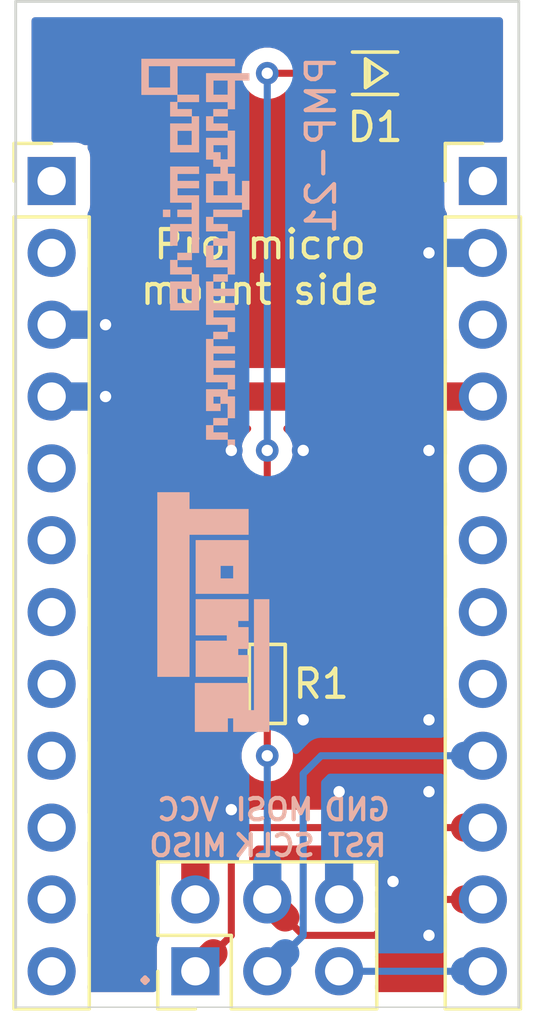
<source format=kicad_pcb>
(kicad_pcb (version 20171130) (host pcbnew "(5.1.9-0-10_14)")

  (general
    (thickness 1.6)
    (drawings 13)
    (tracks 57)
    (zones 0)
    (modules 7)
    (nets 24)
  )

  (page A4)
  (title_block
    (title "Pro micro programmer")
    (date 2021-02-01)
    (rev v1.0)
    (company Toms)
  )

  (layers
    (0 F.Cu signal)
    (31 B.Cu signal)
    (32 B.Adhes user)
    (33 F.Adhes user)
    (34 B.Paste user)
    (35 F.Paste user)
    (36 B.SilkS user)
    (37 F.SilkS user)
    (38 B.Mask user)
    (39 F.Mask user)
    (40 Dwgs.User user)
    (41 Cmts.User user)
    (42 Eco1.User user)
    (43 Eco2.User user)
    (44 Edge.Cuts user)
    (45 Margin user)
    (46 B.CrtYd user)
    (47 F.CrtYd user)
    (48 B.Fab user)
    (49 F.Fab user)
  )

  (setup
    (last_trace_width 0.25)
    (user_trace_width 0.1)
    (user_trace_width 0.125)
    (user_trace_width 0.2)
    (user_trace_width 0.25)
    (user_trace_width 0.5)
    (user_trace_width 1)
    (trace_clearance 0.2)
    (zone_clearance 0.508)
    (zone_45_only no)
    (trace_min 0.1)
    (via_size 0.8)
    (via_drill 0.4)
    (via_min_size 0.2)
    (via_min_drill 0.3)
    (uvia_size 0.3)
    (uvia_drill 0.1)
    (uvias_allowed yes)
    (uvia_min_size 0.2)
    (uvia_min_drill 0.1)
    (edge_width 0.05)
    (segment_width 0.2)
    (pcb_text_width 0.3)
    (pcb_text_size 1.5 1.5)
    (mod_edge_width 0.12)
    (mod_text_size 1 1)
    (mod_text_width 0.15)
    (pad_size 1.524 1.524)
    (pad_drill 0.762)
    (pad_to_mask_clearance 0)
    (aux_axis_origin 0 0)
    (visible_elements FFFFFF7F)
    (pcbplotparams
      (layerselection 0x010fc_ffffffff)
      (usegerberextensions false)
      (usegerberattributes true)
      (usegerberadvancedattributes true)
      (creategerberjobfile true)
      (excludeedgelayer true)
      (linewidth 0.100000)
      (plotframeref false)
      (viasonmask false)
      (mode 1)
      (useauxorigin false)
      (hpglpennumber 1)
      (hpglpenspeed 20)
      (hpglpendiameter 15.000000)
      (psnegative false)
      (psa4output false)
      (plotreference true)
      (plotvalue true)
      (plotinvisibletext false)
      (padsonsilk false)
      (subtractmaskfromsilk false)
      (outputformat 1)
      (mirror false)
      (drillshape 1)
      (scaleselection 1)
      (outputdirectory ""))
  )

  (net 0 "")
  (net 1 "Net-(D1-Pad2)")
  (net 2 GND)
  (net 3 "Net-(J1-Pad12)")
  (net 4 "Net-(J1-Pad11)")
  (net 5 "Net-(J1-Pad10)")
  (net 6 "Net-(J1-Pad9)")
  (net 7 "Net-(J1-Pad8)")
  (net 8 "Net-(J1-Pad7)")
  (net 9 "Net-(J1-Pad6)")
  (net 10 "Net-(J1-Pad5)")
  (net 11 "Net-(J1-Pad2)")
  (net 12 "Net-(J1-Pad1)")
  (net 13 /RESET)
  (net 14 /MOSI)
  (net 15 /MISO)
  (net 16 /SCLK)
  (net 17 "Net-(J2-Pad8)")
  (net 18 "Net-(J2-Pad7)")
  (net 19 "Net-(J2-Pad6)")
  (net 20 "Net-(J2-Pad5)")
  (net 21 VCC)
  (net 22 "Net-(J2-Pad3)")
  (net 23 "Net-(J2-Pad1)")

  (net_class Default "This is the default net class."
    (clearance 0.2)
    (trace_width 0.25)
    (via_dia 0.8)
    (via_drill 0.4)
    (uvia_dia 0.3)
    (uvia_drill 0.1)
    (add_net /MISO)
    (add_net /MOSI)
    (add_net /RESET)
    (add_net /SCLK)
    (add_net GND)
    (add_net "Net-(D1-Pad2)")
    (add_net "Net-(J1-Pad1)")
    (add_net "Net-(J1-Pad10)")
    (add_net "Net-(J1-Pad11)")
    (add_net "Net-(J1-Pad12)")
    (add_net "Net-(J1-Pad2)")
    (add_net "Net-(J1-Pad5)")
    (add_net "Net-(J1-Pad6)")
    (add_net "Net-(J1-Pad7)")
    (add_net "Net-(J1-Pad8)")
    (add_net "Net-(J1-Pad9)")
    (add_net "Net-(J2-Pad1)")
    (add_net "Net-(J2-Pad3)")
    (add_net "Net-(J2-Pad5)")
    (add_net "Net-(J2-Pad6)")
    (add_net "Net-(J2-Pad7)")
    (add_net "Net-(J2-Pad8)")
    (add_net VCC)
  )

  (module lib:promicro_programmer_logo (layer B.Cu) (tedit 0) (tstamp 6018633E)
    (at 146.05 93.98 270)
    (fp_text reference G*** (at 0 0 90) (layer B.SilkS) hide
      (effects (font (size 1.524 1.524) (thickness 0.3)) (justify mirror))
    )
    (fp_text value LOGO (at 0.75 0 90) (layer B.SilkS) hide
      (effects (font (size 1.524 1.524) (thickness 0.3)) (justify mirror))
    )
    (fp_poly (pts (xy -5.334 -1.143) (xy -5.08 -1.143) (xy -5.08 -1.397) (xy -6.096 -1.397)
      (xy -6.096 -1.905) (xy -6.35 -1.905) (xy -6.35 -0.635) (xy -6.096 -0.635)
      (xy -6.096 -1.143) (xy -5.588 -1.143) (xy -5.588 -0.635) (xy -6.096 -0.635)
      (xy -6.35 -0.635) (xy -6.35 -0.381) (xy -5.334 -0.381) (xy -5.334 -1.143)) (layer B.SilkS) (width 0.01))
    (fp_poly (pts (xy -3.302 -0.635) (xy -3.048 -0.635) (xy -3.048 -0.889) (xy -2.794 -0.889)
      (xy -2.794 -0.635) (xy -2.54 -0.635) (xy -2.54 -1.143) (xy -2.032 -1.143)
      (xy -2.032 -0.635) (xy -2.54 -0.635) (xy -2.794 -0.635) (xy -2.794 -0.381)
      (xy -1.778 -0.381) (xy -1.778 -1.651) (xy -1.524 -1.651) (xy -1.524 -1.905)
      (xy -2.54 -1.905) (xy -2.54 -1.651) (xy -2.032 -1.651) (xy -2.032 -1.397)
      (xy -2.794 -1.397) (xy -2.794 -1.143) (xy -3.048 -1.143) (xy -3.048 -1.397)
      (xy -4.318 -1.397) (xy -4.318 -1.143) (xy -4.064 -1.143) (xy -4.064 -0.635)
      (xy -3.81 -0.635) (xy -3.81 -1.143) (xy -3.302 -1.143) (xy -3.302 -0.889)
      (xy -3.556 -0.889) (xy -3.556 -0.635) (xy -3.81 -0.635) (xy -4.064 -0.635)
      (xy -4.064 -0.381) (xy -3.302 -0.381) (xy -3.302 -0.635)) (layer B.SilkS) (width 0.01))
    (fp_poly (pts (xy -1.27 -0.381) (xy -0.762 -0.381) (xy -0.762 -1.143) (xy -1.016 -1.143)
      (xy -1.016 -0.635) (xy -1.27 -0.635) (xy -1.27 -0.381)) (layer B.SilkS) (width 0.01))
    (fp_poly (pts (xy 6.858 -1.397) (xy 6.604 -1.397) (xy 6.604 -1.143) (xy 6.858 -1.143)
      (xy 6.858 -1.397)) (layer B.SilkS) (width 0.01))
    (fp_poly (pts (xy 0.508 -1.143) (xy 0.762 -1.143) (xy 0.762 -1.397) (xy -0.762 -1.397)
      (xy -0.762 -1.143) (xy -0.508 -1.143) (xy -0.508 -0.635) (xy -0.254 -0.635)
      (xy -0.254 -1.143) (xy 0.254 -1.143) (xy 0.254 -0.635) (xy -0.254 -0.635)
      (xy -0.254 -0.381) (xy 0.508 -0.381) (xy 0.508 -1.143)) (layer B.SilkS) (width 0.01))
    (fp_poly (pts (xy 1.016 -0.381) (xy 2.54 -0.381) (xy 2.54 -1.143) (xy 2.794 -1.143)
      (xy 2.794 -1.397) (xy 2.286 -1.397) (xy 2.286 -0.635) (xy 2.032 -0.635)
      (xy 2.032 -1.397) (xy 1.778 -1.397) (xy 1.778 -0.635) (xy 1.524 -0.635)
      (xy 1.524 -1.397) (xy 1.27 -1.397) (xy 1.27 -0.635) (xy 1.016 -0.635)
      (xy 1.016 -0.381)) (layer B.SilkS) (width 0.01))
    (fp_poly (pts (xy 3.048 -0.381) (xy 4.572 -0.381) (xy 4.572 -1.143) (xy 4.826 -1.143)
      (xy 4.826 -1.397) (xy 4.318 -1.397) (xy 4.318 -0.635) (xy 4.064 -0.635)
      (xy 4.064 -1.397) (xy 3.81 -1.397) (xy 3.81 -0.635) (xy 3.556 -0.635)
      (xy 3.556 -1.397) (xy 3.302 -1.397) (xy 3.302 -0.635) (xy 3.048 -0.635)
      (xy 3.048 -0.381)) (layer B.SilkS) (width 0.01))
    (fp_poly (pts (xy 5.588 -0.889) (xy 5.334 -0.889) (xy 5.334 -1.143) (xy 5.842 -1.143)
      (xy 5.842 -1.397) (xy 5.08 -1.397) (xy 5.08 -1.143) (xy 4.826 -1.143)
      (xy 4.826 -0.635) (xy 5.08 -0.635) (xy 5.08 -0.889) (xy 5.334 -0.889)
      (xy 5.334 -0.635) (xy 5.08 -0.635) (xy 4.826 -0.635) (xy 4.826 -0.381)
      (xy 5.588 -0.381) (xy 5.588 -0.889)) (layer B.SilkS) (width 0.01))
    (fp_poly (pts (xy -4.826 -0.381) (xy -4.318 -0.381) (xy -4.318 -1.143) (xy -4.572 -1.143)
      (xy -4.572 -0.635) (xy -4.826 -0.635) (xy -4.826 -0.381)) (layer B.SilkS) (width 0.01))
    (fp_poly (pts (xy 6.096 -0.381) (xy 6.604 -0.381) (xy 6.604 -1.143) (xy 6.35 -1.143)
      (xy 6.35 -0.635) (xy 6.096 -0.635) (xy 6.096 -0.381)) (layer B.SilkS) (width 0.01))
    (fp_poly (pts (xy -1.27 -1.651) (xy -1.524 -1.651) (xy -1.524 -0.635) (xy -1.27 -0.635)
      (xy -1.27 -1.651)) (layer B.SilkS) (width 0.01))
    (fp_poly (pts (xy 1.016 -1.143) (xy 0.762 -1.143) (xy 0.762 -0.635) (xy 1.016 -0.635)
      (xy 1.016 -1.143)) (layer B.SilkS) (width 0.01))
    (fp_poly (pts (xy 3.048 -1.143) (xy 2.794 -1.143) (xy 2.794 -0.635) (xy 3.048 -0.635)
      (xy 3.048 -1.143)) (layer B.SilkS) (width 0.01))
    (fp_poly (pts (xy -4.826 -1.143) (xy -5.08 -1.143) (xy -5.08 -0.635) (xy -4.826 -0.635)
      (xy -4.826 -1.143)) (layer B.SilkS) (width 0.01))
    (fp_poly (pts (xy 6.096 -1.143) (xy 5.842 -1.143) (xy 5.842 -0.635) (xy 6.096 -0.635)
      (xy 6.096 -1.143)) (layer B.SilkS) (width 0.01))
    (fp_poly (pts (xy -5.588 0.635) (xy -6.604 0.635) (xy -6.604 -1.397) (xy -6.858 -1.397)
      (xy -6.858 1.651) (xy -6.604 1.651) (xy -6.604 0.889) (xy -5.842 0.889)
      (xy -5.842 1.651) (xy -6.604 1.651) (xy -6.858 1.651) (xy -6.858 1.905)
      (xy -5.588 1.905) (xy -5.588 0.635)) (layer B.SilkS) (width 0.01))
    (fp_poly (pts (xy -3.556 -0.127) (xy -4.826 -0.127) (xy -4.826 0.127) (xy -4.572 0.127)
      (xy -4.572 0.635) (xy -4.318 0.635) (xy -4.318 0.127) (xy -3.81 0.127)
      (xy -3.81 0.635) (xy -4.318 0.635) (xy -4.572 0.635) (xy -4.572 0.889)
      (xy -3.556 0.889) (xy -3.556 -0.127)) (layer B.SilkS) (width 0.01))
    (fp_poly (pts (xy -5.334 0.889) (xy -4.826 0.889) (xy -4.826 0.127) (xy -5.08 0.127)
      (xy -5.08 0.635) (xy -5.334 0.635) (xy -5.334 0.889)) (layer B.SilkS) (width 0.01))
    (fp_poly (pts (xy -5.334 -0.127) (xy -5.588 -0.127) (xy -5.588 0.635) (xy -5.334 0.635)
      (xy -5.334 -0.127)) (layer B.SilkS) (width 0.01))
    (fp_poly (pts (xy 2.032 -0.127) (xy 0.762 -0.127) (xy 0.762 0.127) (xy 1.016 0.127)
      (xy 1.016 0.635) (xy 1.27 0.635) (xy 1.27 0.127) (xy 1.778 0.127)
      (xy 1.778 0.635) (xy 1.27 0.635) (xy 1.016 0.635) (xy 1.016 0.889)
      (xy 2.032 0.889) (xy 2.032 -0.127)) (layer B.SilkS) (width 0.01))
    (fp_poly (pts (xy -1.778 0.127) (xy -1.524 0.127) (xy -1.524 0.635) (xy -1.27 0.635)
      (xy -1.27 0.127) (xy -1.016 0.127) (xy -1.016 0.889) (xy -0.254 0.889)
      (xy -0.254 0.635) (xy -0.762 0.635) (xy -0.762 0.127) (xy 0 0.127)
      (xy 0 -0.127) (xy -2.032 -0.127) (xy -2.032 0.635) (xy -2.286 0.635)
      (xy -2.286 -0.127) (xy -2.54 -0.127) (xy -2.54 0.635) (xy -2.794 0.635)
      (xy -2.794 -0.127) (xy -3.048 -0.127) (xy -3.048 0.889) (xy -1.778 0.889)
      (xy -1.778 0.127)) (layer B.SilkS) (width 0.01))
    (fp_poly (pts (xy 0.254 0.889) (xy 0.762 0.889) (xy 0.762 0.127) (xy 0.508 0.127)
      (xy 0.508 0.635) (xy 0.254 0.635) (xy 0.254 0.889)) (layer B.SilkS) (width 0.01))
    (fp_poly (pts (xy 0.254 0.127) (xy 0 0.127) (xy 0 0.635) (xy 0.254 0.635)
      (xy 0.254 0.127)) (layer B.SilkS) (width 0.01))
    (fp_poly (pts (xy -1.27 0.889) (xy -1.524 0.889) (xy -1.524 1.143) (xy -1.27 1.143)
      (xy -1.27 0.889)) (layer B.SilkS) (width 0.01))
  )

  (module logo_silk:logo_toms_85x40_silk (layer B.Cu) (tedit 0) (tstamp 6018587E)
    (at 146.685 106.68 270)
    (fp_text reference G*** (at 0 0 90) (layer B.SilkS) hide
      (effects (font (size 1.524 1.524) (thickness 0.3)) (justify mirror))
    )
    (fp_text value LOGO (at 0.75 0 90) (layer B.SilkS) hide
      (effects (font (size 1.524 1.524) (thickness 0.3)) (justify mirror))
    )
    (fp_poly (pts (xy 4.233333 -0.508) (xy 3.753555 -0.508) (xy 3.753555 -0.705556) (xy 4.233333 -0.705556)
      (xy 4.233333 -1.975556) (xy -0.451556 -1.975556) (xy -0.451556 -1.439333) (xy 3.471333 -1.439333)
      (xy 3.471333 -1.241778) (xy 2.511778 -1.241778) (xy 2.511778 0.649111) (xy 4.233333 0.649111)
      (xy 4.233333 -0.508)) (layer B.SilkS) (width 0.01))
    (fp_poly (pts (xy 2.286 0.846667) (xy -2.737556 0.846667) (xy -2.737556 -1.241778) (xy -3.640667 -1.241778)
      (xy -3.640667 0.846667) (xy -4.233333 0.846667) (xy -4.233333 1.975555) (xy 2.286 1.975555)
      (xy 2.286 0.846667)) (layer B.SilkS) (width 0.01))
    (fp_poly (pts (xy -0.649111 -1.241778) (xy -2.54 -1.241778) (xy -2.54 -0.254) (xy -1.636889 -0.254)
      (xy -1.636889 -0.705556) (xy -1.185333 -0.705556) (xy -1.185333 -0.254) (xy -1.636889 -0.254)
      (xy -2.54 -0.254) (xy -2.54 0.620889) (xy -0.649111 0.620889) (xy -0.649111 -1.241778)) (layer B.SilkS) (width 0.01))
    (fp_poly (pts (xy 0.818444 -0.479778) (xy 1.016 -0.479778) (xy 1.016 0.620889) (xy 2.286 0.620889)
      (xy 2.286 -1.241778) (xy 1.524 -1.241778) (xy 1.524 -0.874889) (xy 1.298222 -0.874889)
      (xy 1.298222 -1.241778) (xy 0.536222 -1.241778) (xy 0.536222 -0.874889) (xy 0.310444 -0.874889)
      (xy 0.310444 -1.241778) (xy -0.451556 -1.241778) (xy -0.451556 0.620889) (xy 0.818444 0.620889)
      (xy 0.818444 -0.479778)) (layer B.SilkS) (width 0.01))
  )

  (module OPL_Resistor:R0603 (layer F.Cu) (tedit 5BCC80C7) (tstamp 60176C7F)
    (at 148.59 109.22 90)
    (path /60054EDE)
    (attr smd)
    (fp_text reference R1 (at 0 1.905) (layer F.SilkS)
      (effects (font (size 1 1) (thickness 0.15)))
    )
    (fp_text value 10k (at 0 1.7 270) (layer F.Fab)
      (effects (font (size 1 1) (thickness 0.15)))
    )
    (fp_line (start -0.8 0.4) (end -0.8 -0.4) (layer F.Fab) (width 0.1))
    (fp_line (start 0.8 0.4) (end -0.8 0.4) (layer F.Fab) (width 0.1))
    (fp_line (start 0.8 -0.4) (end 0.8 0.4) (layer F.Fab) (width 0.1))
    (fp_line (start -0.8 -0.4) (end 0.8 -0.4) (layer F.Fab) (width 0.1))
    (fp_line (start -1.46 -0.7) (end -1.46 0.7) (layer F.CrtYd) (width 0.05))
    (fp_line (start 1.46 -0.7) (end -1.46 -0.7) (layer F.CrtYd) (width 0.05))
    (fp_line (start 1.46 0.7) (end 1.46 -0.7) (layer F.CrtYd) (width 0.05))
    (fp_line (start -1.46 0.7) (end 1.46 0.7) (layer F.CrtYd) (width 0.05))
    (fp_line (start -1.397 0.635) (end -1.397 -0.635) (layer F.SilkS) (width 0.127))
    (fp_line (start 1.397 0.635) (end -1.397 0.635) (layer F.SilkS) (width 0.127))
    (fp_line (start 1.397 -0.635) (end 1.397 0.635) (layer F.SilkS) (width 0.127))
    (fp_line (start -1.397 -0.635) (end 1.397 -0.635) (layer F.SilkS) (width 0.127))
    (fp_text user %R (at 0 -1.5 90) (layer F.Fab)
      (effects (font (size 1 1) (thickness 0.15)))
    )
    (pad 2 smd rect (at 0.762 0 90) (size 0.889 0.889) (layers F.Cu F.Paste F.Mask)
      (net 1 "Net-(D1-Pad2)"))
    (pad 1 smd rect (at -0.762 0 90) (size 0.889 0.889) (layers F.Cu F.Paste F.Mask)
      (net 14 /MOSI))
  )

  (module OPL_Discrete_Semiconductor:LED-1206 (layer F.Cu) (tedit 5BCC54D0) (tstamp 60176CB3)
    (at 152.4 87.63 180)
    (path /60054575)
    (attr smd)
    (fp_text reference D1 (at 0 -1.905) (layer F.SilkS)
      (effects (font (size 1 1) (thickness 0.15)))
    )
    (fp_text value "Rohm SML-E1 LED" (at -10.795 0) (layer F.Fab) hide
      (effects (font (size 1 1) (thickness 0.15)))
    )
    (fp_line (start -2.59696 0.9993) (end -2.59696 -0.9993) (layer F.CrtYd) (width 0.05))
    (fp_line (start 2.59696 0.9993) (end -2.59696 0.9993) (layer F.CrtYd) (width 0.05))
    (fp_line (start 2.59696 -0.9993) (end 2.59696 0.9993) (layer F.CrtYd) (width 0.05))
    (fp_line (start -2.59696 -0.9993) (end 2.59696 -0.9993) (layer F.CrtYd) (width 0.05))
    (fp_line (start 0.211116 -0.381) (end 0.211116 0.381) (layer F.SilkS) (width 0.127))
    (fp_line (start -0.79756 0.7493) (end 0.79756 0.7493) (layer F.SilkS) (width 0.127))
    (fp_line (start -0.79756 -0.7493) (end 0.79756 -0.7493) (layer F.SilkS) (width 0.127))
    (fp_line (start 0.338116 -0.508) (end 0.338116 0.508) (layer F.SilkS) (width 0.127))
    (fp_line (start 0.338116 0.508) (end -0.423884 0) (layer F.SilkS) (width 0.127))
    (fp_line (start -0.423884 0) (end 0.338116 -0.508) (layer F.SilkS) (width 0.127))
    (fp_text user %R (at 0 -1.7) (layer F.Fab)
      (effects (font (size 1 1) (thickness 0.15)))
    )
    (pad 1 smd rect (at -1.59766 0 180) (size 1.4986 1.4986) (layers F.Cu F.Paste F.Mask)
      (net 2 GND))
    (pad 2 smd rect (at 1.59766 0 180) (size 1.4986 1.4986) (layers F.Cu F.Paste F.Mask)
      (net 1 "Net-(D1-Pad2)"))
  )

  (module Connector_PinHeader_2.54mm:PinHeader_1x12_P2.54mm_Vertical (layer F.Cu) (tedit 59FED5CC) (tstamp 6004B7BD)
    (at 140.97 91.44)
    (descr "Through hole straight pin header, 1x12, 2.54mm pitch, single row")
    (tags "Through hole pin header THT 1x12 2.54mm single row")
    (path /6003EAFC)
    (fp_text reference J1 (at 0 -2.33) (layer F.SilkS) hide
      (effects (font (size 1 1) (thickness 0.15)))
    )
    (fp_text value Conn_01x12 (at 0 30.27) (layer F.Fab) hide
      (effects (font (size 1 1) (thickness 0.15)))
    )
    (fp_line (start -0.635 -1.27) (end 1.27 -1.27) (layer F.Fab) (width 0.1))
    (fp_line (start 1.27 -1.27) (end 1.27 29.21) (layer F.Fab) (width 0.1))
    (fp_line (start 1.27 29.21) (end -1.27 29.21) (layer F.Fab) (width 0.1))
    (fp_line (start -1.27 29.21) (end -1.27 -0.635) (layer F.Fab) (width 0.1))
    (fp_line (start -1.27 -0.635) (end -0.635 -1.27) (layer F.Fab) (width 0.1))
    (fp_line (start -1.33 29.27) (end 1.33 29.27) (layer F.SilkS) (width 0.12))
    (fp_line (start -1.33 1.27) (end -1.33 29.27) (layer F.SilkS) (width 0.12))
    (fp_line (start 1.33 1.27) (end 1.33 29.27) (layer F.SilkS) (width 0.12))
    (fp_line (start -1.33 1.27) (end 1.33 1.27) (layer F.SilkS) (width 0.12))
    (fp_line (start -1.33 0) (end -1.33 -1.33) (layer F.SilkS) (width 0.12))
    (fp_line (start -1.33 -1.33) (end 0 -1.33) (layer F.SilkS) (width 0.12))
    (fp_line (start -1.8 -1.8) (end -1.8 29.75) (layer F.CrtYd) (width 0.05))
    (fp_line (start -1.8 29.75) (end 1.8 29.75) (layer F.CrtYd) (width 0.05))
    (fp_line (start 1.8 29.75) (end 1.8 -1.8) (layer F.CrtYd) (width 0.05))
    (fp_line (start 1.8 -1.8) (end -1.8 -1.8) (layer F.CrtYd) (width 0.05))
    (fp_text user %R (at 0 13.97 90) (layer F.Fab)
      (effects (font (size 1 1) (thickness 0.15)))
    )
    (pad 12 thru_hole oval (at 0 27.94) (size 1.7 1.7) (drill 1) (layers *.Cu *.Mask)
      (net 3 "Net-(J1-Pad12)"))
    (pad 11 thru_hole oval (at 0 25.4) (size 1.7 1.7) (drill 1) (layers *.Cu *.Mask)
      (net 4 "Net-(J1-Pad11)"))
    (pad 10 thru_hole oval (at 0 22.86) (size 1.7 1.7) (drill 1) (layers *.Cu *.Mask)
      (net 5 "Net-(J1-Pad10)"))
    (pad 9 thru_hole oval (at 0 20.32) (size 1.7 1.7) (drill 1) (layers *.Cu *.Mask)
      (net 6 "Net-(J1-Pad9)"))
    (pad 8 thru_hole oval (at 0 17.78) (size 1.7 1.7) (drill 1) (layers *.Cu *.Mask)
      (net 7 "Net-(J1-Pad8)"))
    (pad 7 thru_hole oval (at 0 15.24) (size 1.7 1.7) (drill 1) (layers *.Cu *.Mask)
      (net 8 "Net-(J1-Pad7)"))
    (pad 6 thru_hole oval (at 0 12.7) (size 1.7 1.7) (drill 1) (layers *.Cu *.Mask)
      (net 9 "Net-(J1-Pad6)"))
    (pad 5 thru_hole oval (at 0 10.16) (size 1.7 1.7) (drill 1) (layers *.Cu *.Mask)
      (net 10 "Net-(J1-Pad5)"))
    (pad 4 thru_hole oval (at 0 7.62) (size 1.7 1.7) (drill 1) (layers *.Cu *.Mask)
      (net 2 GND))
    (pad 3 thru_hole oval (at 0 5.08) (size 1.7 1.7) (drill 1) (layers *.Cu *.Mask)
      (net 2 GND))
    (pad 2 thru_hole oval (at 0 2.54) (size 1.7 1.7) (drill 1) (layers *.Cu *.Mask)
      (net 11 "Net-(J1-Pad2)"))
    (pad 1 thru_hole rect (at 0 0) (size 1.7 1.7) (drill 1) (layers *.Cu *.Mask)
      (net 12 "Net-(J1-Pad1)"))
    (model ${KISYS3DMOD}/Connector_PinHeader_2.54mm.3dshapes/PinHeader_1x12_P2.54mm_Vertical.wrl
      (at (xyz 0 0 0))
      (scale (xyz 1 1 1))
      (rotate (xyz 0 0 0))
    )
  )

  (module Connector_PinHeader_2.54mm:PinHeader_2x03_P2.54mm_Vertical (layer F.Cu) (tedit 59FED5CC) (tstamp 6004B888)
    (at 146.05 119.38 90)
    (descr "Through hole straight pin header, 2x03, 2.54mm pitch, double rows")
    (tags "Through hole pin header THT 2x03 2.54mm double row")
    (path /60042931)
    (fp_text reference J3 (at 4.445 7.62 180) (layer F.SilkS) hide
      (effects (font (size 1 1) (thickness 0.15)))
    )
    (fp_text value Conn_02x03 (at 1.27 7.41 90) (layer F.Fab) hide
      (effects (font (size 1 1) (thickness 0.15)))
    )
    (fp_line (start 0 -1.27) (end 3.81 -1.27) (layer F.Fab) (width 0.1))
    (fp_line (start 3.81 -1.27) (end 3.81 6.35) (layer F.Fab) (width 0.1))
    (fp_line (start 3.81 6.35) (end -1.27 6.35) (layer F.Fab) (width 0.1))
    (fp_line (start -1.27 6.35) (end -1.27 0) (layer F.Fab) (width 0.1))
    (fp_line (start -1.27 0) (end 0 -1.27) (layer F.Fab) (width 0.1))
    (fp_line (start -1.33 6.41) (end 3.87 6.41) (layer F.SilkS) (width 0.12))
    (fp_line (start -1.33 1.27) (end -1.33 6.41) (layer F.SilkS) (width 0.12))
    (fp_line (start 3.87 -1.33) (end 3.87 6.41) (layer F.SilkS) (width 0.12))
    (fp_line (start -1.33 1.27) (end 1.27 1.27) (layer F.SilkS) (width 0.12))
    (fp_line (start 1.27 1.27) (end 1.27 -1.33) (layer F.SilkS) (width 0.12))
    (fp_line (start 1.27 -1.33) (end 3.87 -1.33) (layer F.SilkS) (width 0.12))
    (fp_line (start -1.33 0) (end -1.33 -1.33) (layer F.SilkS) (width 0.12))
    (fp_line (start -1.33 -1.33) (end 0 -1.33) (layer F.SilkS) (width 0.12))
    (fp_line (start -1.8 -1.8) (end -1.8 6.85) (layer F.CrtYd) (width 0.05))
    (fp_line (start -1.8 6.85) (end 4.35 6.85) (layer F.CrtYd) (width 0.05))
    (fp_line (start 4.35 6.85) (end 4.35 -1.8) (layer F.CrtYd) (width 0.05))
    (fp_line (start 4.35 -1.8) (end -1.8 -1.8) (layer F.CrtYd) (width 0.05))
    (fp_text user %R (at 1.27 2.54) (layer F.Fab)
      (effects (font (size 1 1) (thickness 0.15)))
    )
    (pad 6 thru_hole oval (at 2.54 5.08 90) (size 1.7 1.7) (drill 1) (layers *.Cu *.Mask)
      (net 2 GND))
    (pad 5 thru_hole oval (at 0 5.08 90) (size 1.7 1.7) (drill 1) (layers *.Cu *.Mask)
      (net 13 /RESET))
    (pad 4 thru_hole oval (at 2.54 2.54 90) (size 1.7 1.7) (drill 1) (layers *.Cu *.Mask)
      (net 14 /MOSI))
    (pad 3 thru_hole oval (at 0 2.54 90) (size 1.7 1.7) (drill 1) (layers *.Cu *.Mask)
      (net 16 /SCLK))
    (pad 2 thru_hole oval (at 2.54 0 90) (size 1.7 1.7) (drill 1) (layers *.Cu *.Mask)
      (net 21 VCC))
    (pad 1 thru_hole rect (at 0 0 90) (size 1.7 1.7) (drill 1) (layers *.Cu *.Mask)
      (net 15 /MISO))
    (model ${KISYS3DMOD}/Connector_PinHeader_2.54mm.3dshapes/PinHeader_2x03_P2.54mm_Vertical.wrl
      (at (xyz 0 0 0))
      (scale (xyz 1 1 1))
      (rotate (xyz 0 0 0))
    )
  )

  (module Connector_PinHeader_2.54mm:PinHeader_1x12_P2.54mm_Vertical (layer F.Cu) (tedit 59FED5CC) (tstamp 6004B8DD)
    (at 156.21 91.44)
    (descr "Through hole straight pin header, 1x12, 2.54mm pitch, single row")
    (tags "Through hole pin header THT 1x12 2.54mm single row")
    (path /60040204)
    (fp_text reference J2 (at 0 -2.33) (layer F.SilkS) hide
      (effects (font (size 1 1) (thickness 0.15)))
    )
    (fp_text value Conn_01x12 (at 0 30.27) (layer F.Fab) hide
      (effects (font (size 1 1) (thickness 0.15)))
    )
    (fp_line (start -0.635 -1.27) (end 1.27 -1.27) (layer F.Fab) (width 0.1))
    (fp_line (start 1.27 -1.27) (end 1.27 29.21) (layer F.Fab) (width 0.1))
    (fp_line (start 1.27 29.21) (end -1.27 29.21) (layer F.Fab) (width 0.1))
    (fp_line (start -1.27 29.21) (end -1.27 -0.635) (layer F.Fab) (width 0.1))
    (fp_line (start -1.27 -0.635) (end -0.635 -1.27) (layer F.Fab) (width 0.1))
    (fp_line (start -1.33 29.27) (end 1.33 29.27) (layer F.SilkS) (width 0.12))
    (fp_line (start -1.33 1.27) (end -1.33 29.27) (layer F.SilkS) (width 0.12))
    (fp_line (start 1.33 1.27) (end 1.33 29.27) (layer F.SilkS) (width 0.12))
    (fp_line (start -1.33 1.27) (end 1.33 1.27) (layer F.SilkS) (width 0.12))
    (fp_line (start -1.33 0) (end -1.33 -1.33) (layer F.SilkS) (width 0.12))
    (fp_line (start -1.33 -1.33) (end 0 -1.33) (layer F.SilkS) (width 0.12))
    (fp_line (start -1.8 -1.8) (end -1.8 29.75) (layer F.CrtYd) (width 0.05))
    (fp_line (start -1.8 29.75) (end 1.8 29.75) (layer F.CrtYd) (width 0.05))
    (fp_line (start 1.8 29.75) (end 1.8 -1.8) (layer F.CrtYd) (width 0.05))
    (fp_line (start 1.8 -1.8) (end -1.8 -1.8) (layer F.CrtYd) (width 0.05))
    (fp_text user %R (at 0 13.97 90) (layer F.Fab)
      (effects (font (size 1 1) (thickness 0.15)))
    )
    (pad 12 thru_hole oval (at 0 27.94) (size 1.7 1.7) (drill 1) (layers *.Cu *.Mask)
      (net 13 /RESET))
    (pad 11 thru_hole oval (at 0 25.4) (size 1.7 1.7) (drill 1) (layers *.Cu *.Mask)
      (net 14 /MOSI))
    (pad 10 thru_hole oval (at 0 22.86) (size 1.7 1.7) (drill 1) (layers *.Cu *.Mask)
      (net 15 /MISO))
    (pad 9 thru_hole oval (at 0 20.32) (size 1.7 1.7) (drill 1) (layers *.Cu *.Mask)
      (net 16 /SCLK))
    (pad 8 thru_hole oval (at 0 17.78) (size 1.7 1.7) (drill 1) (layers *.Cu *.Mask)
      (net 17 "Net-(J2-Pad8)"))
    (pad 7 thru_hole oval (at 0 15.24) (size 1.7 1.7) (drill 1) (layers *.Cu *.Mask)
      (net 18 "Net-(J2-Pad7)"))
    (pad 6 thru_hole oval (at 0 12.7) (size 1.7 1.7) (drill 1) (layers *.Cu *.Mask)
      (net 19 "Net-(J2-Pad6)"))
    (pad 5 thru_hole oval (at 0 10.16) (size 1.7 1.7) (drill 1) (layers *.Cu *.Mask)
      (net 20 "Net-(J2-Pad5)"))
    (pad 4 thru_hole oval (at 0 7.62) (size 1.7 1.7) (drill 1) (layers *.Cu *.Mask)
      (net 21 VCC))
    (pad 3 thru_hole oval (at 0 5.08) (size 1.7 1.7) (drill 1) (layers *.Cu *.Mask)
      (net 22 "Net-(J2-Pad3)"))
    (pad 2 thru_hole oval (at 0 2.54) (size 1.7 1.7) (drill 1) (layers *.Cu *.Mask)
      (net 2 GND))
    (pad 1 thru_hole rect (at 0 0) (size 1.7 1.7) (drill 1) (layers *.Cu *.Mask)
      (net 23 "Net-(J2-Pad1)"))
    (model ${KISYS3DMOD}/Connector_PinHeader_2.54mm.3dshapes/PinHeader_1x12_P2.54mm_Vertical.wrl
      (at (xyz 0 0 0))
      (scale (xyz 1 1 1))
      (rotate (xyz 0 0 0))
    )
  )

  (gr_line (start 157.48 120.65) (end 139.7 120.65) (layer Edge.Cuts) (width 0.05) (tstamp 60177017))
  (gr_text . (at 144.272 118.872) (layer B.SilkS) (tstamp 60176F9E)
    (effects (font (size 2 2) (thickness 0.15)))
  )
  (gr_text "PMP-21\n" (at 150.495 90.17 90) (layer B.SilkS)
    (effects (font (size 1 1) (thickness 0.15)) (justify mirror))
  )
  (gr_text RST (at 151.765 114.935) (layer B.SilkS)
    (effects (font (size 0.75 0.75) (thickness 0.15)) (justify mirror))
  )
  (gr_text GND (at 151.765 113.665) (layer B.SilkS)
    (effects (font (size 0.75 0.75) (thickness 0.15)) (justify mirror))
  )
  (gr_text "SCLK\n" (at 148.844 114.935) (layer B.SilkS)
    (effects (font (size 0.75 0.75) (thickness 0.15)) (justify mirror))
  )
  (gr_text MOSI (at 148.844 113.665) (layer B.SilkS)
    (effects (font (size 0.75 0.75) (thickness 0.15)) (justify mirror))
  )
  (gr_text "Pro micro\nmount side\n" (at 148.336 94.488) (layer F.SilkS)
    (effects (font (size 1 1) (thickness 0.15)))
  )
  (gr_text MISO (at 145.796 114.935) (layer B.SilkS)
    (effects (font (size 0.75 0.75) (thickness 0.15)) (justify mirror))
  )
  (gr_text VCC (at 145.796 113.665) (layer B.SilkS)
    (effects (font (size 0.75 0.75) (thickness 0.15)) (justify mirror))
  )
  (gr_line (start 139.7 85.09) (end 139.7 120.65) (layer Edge.Cuts) (width 0.1) (tstamp 6004B835))
  (gr_line (start 157.48 85.09) (end 139.7 85.09) (layer Edge.Cuts) (width 0.1) (tstamp 6004B838))
  (gr_line (start 157.48 120.65) (end 157.48 85.09) (layer Edge.Cuts) (width 0.1) (tstamp 6004B832))

  (segment (start 148.59 108.458) (end 148.59 100.965) (width 0.25) (layer F.Cu) (net 1))
  (segment (start 148.59 100.965) (end 148.59 100.965) (width 0.25) (layer F.Cu) (net 1) (tstamp 60177183))
  (via (at 148.59 100.965) (size 0.8) (drill 0.4) (layers F.Cu B.Cu) (net 1))
  (segment (start 148.59 100.965) (end 148.59 87.63) (width 0.25) (layer B.Cu) (net 1))
  (segment (start 148.59 87.63) (end 148.59 87.63) (width 0.25) (layer B.Cu) (net 1) (tstamp 60177187))
  (via (at 148.59 87.63) (size 0.8) (drill 0.4) (layers F.Cu B.Cu) (net 1))
  (segment (start 148.59 87.63) (end 150.80234 87.63) (width 0.25) (layer F.Cu) (net 1))
  (segment (start 156.21 93.98) (end 154.305 93.98) (width 1) (layer B.Cu) (net 2))
  (segment (start 140.97 96.52) (end 142.875 96.52) (width 1) (layer B.Cu) (net 2))
  (segment (start 140.97 99.06) (end 142.875 99.06) (width 1) (layer B.Cu) (net 2))
  (segment (start 142.875 96.52) (end 142.875 96.52) (width 1) (layer B.Cu) (net 2) (tstamp 6004C004))
  (via (at 142.875 96.52) (size 0.8) (drill 0.4) (layers F.Cu B.Cu) (net 2))
  (segment (start 142.875 99.06) (end 142.875 99.06) (width 1) (layer B.Cu) (net 2) (tstamp 6004C006))
  (via (at 142.875 99.06) (size 0.8) (drill 0.4) (layers F.Cu B.Cu) (net 2))
  (segment (start 154.305 93.98) (end 154.305 93.98) (width 1) (layer B.Cu) (net 2) (tstamp 6004C008))
  (via (at 154.305 93.98) (size 0.8) (drill 0.4) (layers F.Cu B.Cu) (net 2))
  (via (at 151.13 113.03) (size 0.8) (drill 0.4) (layers F.Cu B.Cu) (net 2))
  (via (at 154.305 118.11) (size 0.8) (drill 0.4) (layers F.Cu B.Cu) (net 2))
  (segment (start 151.13 116.84) (end 151.13 115.57) (width 1) (layer B.Cu) (net 2))
  (via (at 154.305 110.49) (size 0.8) (drill 0.4) (layers F.Cu B.Cu) (net 2))
  (via (at 154.305 100.965) (size 0.8) (drill 0.4) (layers F.Cu B.Cu) (net 2))
  (segment (start 151.13 115.57) (end 151.13 114.935) (width 1) (layer B.Cu) (net 2))
  (via (at 153.035 116.205) (size 0.8) (drill 0.4) (layers F.Cu B.Cu) (net 2))
  (via (at 154.305 113.03) (size 0.8) (drill 0.4) (layers F.Cu B.Cu) (net 2))
  (via (at 149.86 100.965) (size 0.8) (drill 0.4) (layers F.Cu B.Cu) (net 2))
  (via (at 149.86 110.49) (size 0.8) (drill 0.4) (layers F.Cu B.Cu) (net 2))
  (via (at 147.32 100.965) (size 0.8) (drill 0.4) (layers F.Cu B.Cu) (net 2))
  (via (at 147.32 113.665) (size 0.8) (drill 0.4) (layers F.Cu B.Cu) (net 2))
  (segment (start 153.99766 87.63) (end 155.575 87.63) (width 0.5) (layer F.Cu) (net 2))
  (segment (start 151.13 119.38) (end 156.21 119.38) (width 0.25) (layer B.Cu) (net 13) (tstamp 6004B92E))
  (segment (start 156.21 119.38) (end 155.575 119.38) (width 1) (layer B.Cu) (net 13))
  (segment (start 152.4 118.11) (end 153.67 116.84) (width 0.25) (layer F.Cu) (net 14) (tstamp 6004B93A))
  (segment (start 149.86 118.11) (end 152.4 118.11) (width 0.25) (layer F.Cu) (net 14) (tstamp 6004B931))
  (segment (start 153.67 116.84) (end 156.21 116.84) (width 0.25) (layer F.Cu) (net 14) (tstamp 6004B934))
  (segment (start 156.21 116.84) (end 155.575 116.84) (width 1) (layer F.Cu) (net 14))
  (segment (start 148.59 116.84) (end 149.225 117.475) (width 1) (layer F.Cu) (net 14) (tstamp 6004C1E4))
  (segment (start 149.225 117.475) (end 149.86 118.11) (width 0.25) (layer F.Cu) (net 14))
  (segment (start 148.59 116.84) (end 148.59 115.57) (width 1) (layer B.Cu) (net 14))
  (segment (start 148.59 109.982) (end 148.59 111.76) (width 0.25) (layer F.Cu) (net 14))
  (segment (start 148.59 111.76) (end 148.59 111.76) (width 0.25) (layer F.Cu) (net 14) (tstamp 60177180))
  (via (at 148.59 111.76) (size 0.8) (drill 0.4) (layers F.Cu B.Cu) (net 14))
  (segment (start 148.59 115.57) (end 148.59 111.76) (width 0.25) (layer B.Cu) (net 14))
  (segment (start 147.32 114.935) (end 147.955 114.3) (width 0.25) (layer F.Cu) (net 15) (tstamp 6004B91C))
  (segment (start 147.32 118.11) (end 147.32 114.935) (width 0.25) (layer F.Cu) (net 15) (tstamp 6004B91F))
  (segment (start 156.21 114.3) (end 155.575 114.3) (width 1) (layer F.Cu) (net 15))
  (segment (start 147.955 114.3) (end 155.575 114.3) (width 0.25) (layer F.Cu) (net 15))
  (segment (start 146.05 119.38) (end 146.685 118.745) (width 1) (layer F.Cu) (net 15))
  (segment (start 146.685 118.745) (end 147.32 118.11) (width 0.25) (layer F.Cu) (net 15))
  (segment (start 148.59 119.38) (end 149.86 118.11) (width 0.25) (layer B.Cu) (net 16) (tstamp 6004B928))
  (segment (start 149.86 118.11) (end 149.86 112.395) (width 0.25) (layer B.Cu) (net 16) (tstamp 6004B92B))
  (segment (start 149.86 112.395) (end 150.495 111.76) (width 0.25) (layer B.Cu) (net 16) (tstamp 6004B940))
  (segment (start 156.21 111.76) (end 155.575 111.76) (width 1) (layer B.Cu) (net 16))
  (segment (start 150.495 111.76) (end 155.575 111.76) (width 0.25) (layer B.Cu) (net 16))
  (segment (start 148.59 119.38) (end 149.225 118.745) (width 1) (layer B.Cu) (net 16))
  (segment (start 146.05 116.84) (end 146.05 100.33) (width 1) (layer F.Cu) (net 21))
  (segment (start 147.32 99.06) (end 156.21 99.06) (width 1) (layer F.Cu) (net 21))
  (segment (start 146.05 100.33) (end 147.32 99.06) (width 1) (layer F.Cu) (net 21))

  (zone (net 0) (net_name "") (layers F&B.Cu) (tstamp 0) (hatch edge 0.508)
    (connect_pads (clearance 0.508))
    (min_thickness 0.254)
    (keepout (tracks allowed) (vias not_allowed) (copperpour not_allowed))
    (fill (arc_segments 32) (thermal_gap 0.508) (thermal_bridge_width 0.508))
    (polygon
      (pts
        (xy 157.48 120.65) (xy 154.94 120.65) (xy 154.94 90.17) (xy 157.48 90.17)
      )
    )
  )
  (zone (net 0) (net_name "") (layers F&B.Cu) (tstamp 0) (hatch edge 0.508)
    (connect_pads (clearance 0.508))
    (min_thickness 0.254)
    (keepout (tracks allowed) (vias not_allowed) (copperpour not_allowed))
    (fill (arc_segments 32) (thermal_gap 0.508) (thermal_bridge_width 0.508))
    (polygon
      (pts
        (xy 142.24 120.65) (xy 139.7 120.65) (xy 139.7 90.17) (xy 142.24 90.17)
      )
    )
  )
  (zone (net 0) (net_name "") (layers F&B.Cu) (tstamp 0) (hatch edge 0.508)
    (connect_pads (clearance 0.508))
    (min_thickness 0.254)
    (keepout (tracks allowed) (vias not_allowed) (copperpour not_allowed))
    (fill (arc_segments 32) (thermal_gap 0.508) (thermal_bridge_width 0.508))
    (polygon
      (pts
        (xy 152.4 120.65) (xy 144.78 120.65) (xy 144.78 115.57) (xy 152.4 115.57)
      )
    )
  )
  (zone (net 0) (net_name "") (layer F.Cu) (tstamp 60176C6B) (hatch edge 0.508)
    (connect_pads (clearance 0.508))
    (min_thickness 0.254)
    (keepout (tracks allowed) (vias allowed) (copperpour not_allowed))
    (fill (arc_segments 32) (thermal_gap 0.508) (thermal_bridge_width 0.508))
    (polygon
      (pts
        (xy 154.686 88.8365) (xy 151.638 88.8365) (xy 151.638 86.4235) (xy 154.686 86.4235)
      )
    )
  )
  (zone (net 2) (net_name GND) (layer F.Cu) (tstamp 0) (hatch edge 0.508)
    (connect_pads (clearance 0.508))
    (min_thickness 0.254)
    (fill yes (arc_segments 32) (thermal_gap 0.508) (thermal_bridge_width 0.508))
    (polygon
      (pts
        (xy 157.48 120.65) (xy 139.7 120.65) (xy 139.7 85.09) (xy 157.48 85.09)
      )
    )
    (filled_polygon
      (pts
        (xy 156.795001 89.951928) (xy 155.36 89.951928) (xy 155.235518 89.964188) (xy 155.11582 90.000498) (xy 155.036306 90.043)
        (xy 154.94 90.043) (xy 154.915224 90.04544) (xy 154.891399 90.052667) (xy 154.869443 90.064403) (xy 154.850197 90.080197)
        (xy 154.834403 90.099443) (xy 154.822667 90.121399) (xy 154.81544 90.145224) (xy 154.813 90.17) (xy 154.813 90.266306)
        (xy 154.770498 90.34582) (xy 154.734188 90.465518) (xy 154.721928 90.59) (xy 154.721928 92.29) (xy 154.734188 92.414482)
        (xy 154.770498 92.53418) (xy 154.813 92.613694) (xy 154.813 93.476478) (xy 154.768524 93.62311) (xy 154.813 93.707387)
        (xy 154.813 94.252613) (xy 154.768524 94.33689) (xy 154.813 94.483522) (xy 154.813 96.012165) (xy 154.782068 96.086842)
        (xy 154.725 96.37374) (xy 154.725 96.66626) (xy 154.782068 96.953158) (xy 154.813 97.027835) (xy 154.813 97.925)
        (xy 147.375743 97.925) (xy 147.319999 97.91951) (xy 147.264255 97.925) (xy 147.264248 97.925) (xy 147.118493 97.939356)
        (xy 147.0975 97.941423) (xy 147.047705 97.956529) (xy 146.883553 98.006324) (xy 146.686377 98.111716) (xy 146.513551 98.253551)
        (xy 146.478008 98.29686) (xy 145.28686 99.488009) (xy 145.243552 99.523551) (xy 145.101717 99.696377) (xy 145.065887 99.763411)
        (xy 144.996324 99.893554) (xy 144.931423 100.107502) (xy 144.909509 100.33) (xy 144.915001 100.385762) (xy 144.915 115.443)
        (xy 144.78 115.443) (xy 144.755224 115.44544) (xy 144.731399 115.452667) (xy 144.709443 115.464403) (xy 144.690197 115.480197)
        (xy 144.674403 115.499443) (xy 144.662667 115.521399) (xy 144.65544 115.545224) (xy 144.653 115.57) (xy 144.653 116.332165)
        (xy 144.622068 116.406842) (xy 144.565 116.69374) (xy 144.565 116.98626) (xy 144.622068 117.273158) (xy 144.653 117.347835)
        (xy 144.653 118.206306) (xy 144.610498 118.28582) (xy 144.574188 118.405518) (xy 144.561928 118.53) (xy 144.561928 119.99)
        (xy 142.367 119.99) (xy 142.367 119.887835) (xy 142.397932 119.813158) (xy 142.455 119.52626) (xy 142.455 119.23374)
        (xy 142.397932 118.946842) (xy 142.367 118.872165) (xy 142.367 117.347835) (xy 142.397932 117.273158) (xy 142.455 116.98626)
        (xy 142.455 116.69374) (xy 142.397932 116.406842) (xy 142.367 116.332165) (xy 142.367 114.807835) (xy 142.397932 114.733158)
        (xy 142.455 114.44626) (xy 142.455 114.15374) (xy 142.397932 113.866842) (xy 142.367 113.792165) (xy 142.367 112.267835)
        (xy 142.397932 112.193158) (xy 142.455 111.90626) (xy 142.455 111.61374) (xy 142.397932 111.326842) (xy 142.367 111.252165)
        (xy 142.367 109.727835) (xy 142.397932 109.653158) (xy 142.455 109.36626) (xy 142.455 109.07374) (xy 142.397932 108.786842)
        (xy 142.367 108.712165) (xy 142.367 107.187835) (xy 142.397932 107.113158) (xy 142.455 106.82626) (xy 142.455 106.53374)
        (xy 142.397932 106.246842) (xy 142.367 106.172165) (xy 142.367 104.647835) (xy 142.397932 104.573158) (xy 142.455 104.28626)
        (xy 142.455 103.99374) (xy 142.397932 103.706842) (xy 142.367 103.632165) (xy 142.367 102.107835) (xy 142.397932 102.033158)
        (xy 142.455 101.74626) (xy 142.455 101.45374) (xy 142.397932 101.166842) (xy 142.367 101.092165) (xy 142.367 99.563522)
        (xy 142.411476 99.41689) (xy 142.367 99.332613) (xy 142.367 98.787387) (xy 142.411476 98.70311) (xy 142.367 98.556478)
        (xy 142.367 97.023522) (xy 142.411476 96.87689) (xy 142.367 96.792613) (xy 142.367 96.247387) (xy 142.411476 96.16311)
        (xy 142.367 96.016478) (xy 142.367 94.487835) (xy 142.397932 94.413158) (xy 142.455 94.12626) (xy 142.455 93.83374)
        (xy 142.397932 93.546842) (xy 142.367 93.472165) (xy 142.367 92.613694) (xy 142.409502 92.53418) (xy 142.445812 92.414482)
        (xy 142.458072 92.29) (xy 142.458072 90.59) (xy 142.445812 90.465518) (xy 142.409502 90.34582) (xy 142.367 90.266306)
        (xy 142.367 90.17) (xy 142.36456 90.145224) (xy 142.357333 90.121399) (xy 142.345597 90.099443) (xy 142.329803 90.080197)
        (xy 142.310557 90.064403) (xy 142.288601 90.052667) (xy 142.264776 90.04544) (xy 142.24 90.043) (xy 142.143694 90.043)
        (xy 142.06418 90.000498) (xy 141.944482 89.964188) (xy 141.82 89.951928) (xy 140.385 89.951928) (xy 140.385 87.528061)
        (xy 147.555 87.528061) (xy 147.555 87.731939) (xy 147.594774 87.931898) (xy 147.672795 88.120256) (xy 147.786063 88.289774)
        (xy 147.930226 88.433937) (xy 148.099744 88.547205) (xy 148.288102 88.625226) (xy 148.488061 88.665) (xy 148.691939 88.665)
        (xy 148.891898 88.625226) (xy 149.080256 88.547205) (xy 149.249774 88.433937) (xy 149.293711 88.39) (xy 149.416022 88.39)
        (xy 149.427228 88.503782) (xy 149.463538 88.62348) (xy 149.522503 88.733794) (xy 149.601855 88.830485) (xy 149.698546 88.909837)
        (xy 149.80886 88.968802) (xy 149.928558 89.005112) (xy 150.05304 89.017372) (xy 151.55164 89.017372) (xy 151.676122 89.005112)
        (xy 151.79582 88.968802) (xy 151.805739 88.9635) (xy 152.994261 88.9635) (xy 153.00418 88.968802) (xy 153.123878 89.005112)
        (xy 153.24836 89.017372) (xy 153.71191 89.0143) (xy 153.76271 88.9635) (xy 154.23261 88.9635) (xy 154.28341 89.0143)
        (xy 154.74696 89.017372) (xy 154.871442 89.005112) (xy 154.99114 88.968802) (xy 155.101454 88.909837) (xy 155.198145 88.830485)
        (xy 155.277497 88.733794) (xy 155.336462 88.62348) (xy 155.372772 88.503782) (xy 155.385032 88.3793) (xy 155.38196 87.91575)
        (xy 155.22321 87.757) (xy 154.813 87.757) (xy 154.813 87.503) (xy 155.22321 87.503) (xy 155.38196 87.34425)
        (xy 155.385032 86.8807) (xy 155.372772 86.756218) (xy 155.336462 86.63652) (xy 155.277497 86.526206) (xy 155.198145 86.429515)
        (xy 155.101454 86.350163) (xy 154.99114 86.291198) (xy 154.871442 86.254888) (xy 154.74696 86.242628) (xy 154.28341 86.2457)
        (xy 154.23261 86.2965) (xy 153.76271 86.2965) (xy 153.71191 86.2457) (xy 153.24836 86.242628) (xy 153.123878 86.254888)
        (xy 153.00418 86.291198) (xy 152.994261 86.2965) (xy 151.805739 86.2965) (xy 151.79582 86.291198) (xy 151.676122 86.254888)
        (xy 151.55164 86.242628) (xy 150.05304 86.242628) (xy 149.928558 86.254888) (xy 149.80886 86.291198) (xy 149.698546 86.350163)
        (xy 149.601855 86.429515) (xy 149.522503 86.526206) (xy 149.463538 86.63652) (xy 149.427228 86.756218) (xy 149.416022 86.87)
        (xy 149.293711 86.87) (xy 149.249774 86.826063) (xy 149.080256 86.712795) (xy 148.891898 86.634774) (xy 148.691939 86.595)
        (xy 148.488061 86.595) (xy 148.288102 86.634774) (xy 148.099744 86.712795) (xy 147.930226 86.826063) (xy 147.786063 86.970226)
        (xy 147.672795 87.139744) (xy 147.594774 87.328102) (xy 147.555 87.528061) (xy 140.385 87.528061) (xy 140.385 85.775)
        (xy 156.795001 85.775)
      )
    )
    (filled_polygon
      (pts
        (xy 154.768551 117.646449) (xy 154.813 117.682927) (xy 154.813 118.872165) (xy 154.782068 118.946842) (xy 154.725 119.23374)
        (xy 154.725 119.52626) (xy 154.782068 119.813158) (xy 154.813 119.887835) (xy 154.813 119.99) (xy 152.527 119.99)
        (xy 152.527 119.887835) (xy 152.557932 119.813158) (xy 152.615 119.52626) (xy 152.615 119.23374) (xy 152.557932 118.946842)
        (xy 152.527 118.872165) (xy 152.527 118.861168) (xy 152.548986 118.859003) (xy 152.692247 118.815546) (xy 152.824276 118.744974)
        (xy 152.940001 118.650001) (xy 152.963804 118.620997) (xy 153.984802 117.6) (xy 154.730431 117.6)
      )
    )
    (filled_polygon
      (pts
        (xy 154.768551 115.106449) (xy 154.813 115.142927) (xy 154.813 115.997073) (xy 154.768551 116.033551) (xy 154.730431 116.08)
        (xy 153.707322 116.08) (xy 153.669999 116.076324) (xy 153.632676 116.08) (xy 153.632667 116.08) (xy 153.521014 116.090997)
        (xy 153.377753 116.134454) (xy 153.245724 116.205026) (xy 153.129999 116.299999) (xy 153.106201 116.328997) (xy 152.615 116.820198)
        (xy 152.615 116.712998) (xy 152.527 116.712998) (xy 152.527 116.567853) (xy 152.571481 116.483109) (xy 152.527 116.357715)
        (xy 152.527 115.57) (xy 152.52456 115.545224) (xy 152.517333 115.521399) (xy 152.505597 115.499443) (xy 152.489803 115.480197)
        (xy 152.470557 115.464403) (xy 152.448601 115.452667) (xy 152.424776 115.44544) (xy 152.4 115.443) (xy 151.633522 115.443)
        (xy 151.48689 115.398524) (xy 151.402613 115.443) (xy 150.857387 115.443) (xy 150.77311 115.398524) (xy 150.626478 115.443)
        (xy 149.097835 115.443) (xy 149.023158 115.412068) (xy 148.73626 115.355) (xy 148.44374 115.355) (xy 148.156842 115.412068)
        (xy 148.082165 115.443) (xy 148.08 115.443) (xy 148.08 115.249801) (xy 148.269802 115.06) (xy 154.730431 115.06)
      )
    )
    (filled_polygon
      (pts
        (xy 147.786063 100.305226) (xy 147.672795 100.474744) (xy 147.594774 100.663102) (xy 147.555 100.863061) (xy 147.555 101.066939)
        (xy 147.594774 101.266898) (xy 147.672795 101.455256) (xy 147.786063 101.624774) (xy 147.830001 101.668712) (xy 147.83 107.46212)
        (xy 147.791006 107.482963) (xy 147.694315 107.562315) (xy 147.614963 107.659006) (xy 147.555998 107.76932) (xy 147.519688 107.889018)
        (xy 147.507428 108.0135) (xy 147.507428 108.9025) (xy 147.519688 109.026982) (xy 147.555998 109.14668) (xy 147.595189 109.22)
        (xy 147.555998 109.29332) (xy 147.519688 109.413018) (xy 147.507428 109.5375) (xy 147.507428 110.4265) (xy 147.519688 110.550982)
        (xy 147.555998 110.67068) (xy 147.614963 110.780994) (xy 147.694315 110.877685) (xy 147.791006 110.957037) (xy 147.830001 110.97788)
        (xy 147.830001 111.056288) (xy 147.786063 111.100226) (xy 147.672795 111.269744) (xy 147.594774 111.458102) (xy 147.555 111.658061)
        (xy 147.555 111.861939) (xy 147.594774 112.061898) (xy 147.672795 112.250256) (xy 147.786063 112.419774) (xy 147.930226 112.563937)
        (xy 148.099744 112.677205) (xy 148.288102 112.755226) (xy 148.488061 112.795) (xy 148.691939 112.795) (xy 148.891898 112.755226)
        (xy 149.080256 112.677205) (xy 149.249774 112.563937) (xy 149.393937 112.419774) (xy 149.507205 112.250256) (xy 149.585226 112.061898)
        (xy 149.625 111.861939) (xy 149.625 111.658061) (xy 149.585226 111.458102) (xy 149.507205 111.269744) (xy 149.393937 111.100226)
        (xy 149.35 111.056289) (xy 149.35 110.97788) (xy 149.388994 110.957037) (xy 149.485685 110.877685) (xy 149.565037 110.780994)
        (xy 149.624002 110.67068) (xy 149.660312 110.550982) (xy 149.672572 110.4265) (xy 149.672572 109.5375) (xy 149.660312 109.413018)
        (xy 149.624002 109.29332) (xy 149.584811 109.22) (xy 149.624002 109.14668) (xy 149.660312 109.026982) (xy 149.672572 108.9025)
        (xy 149.672572 108.0135) (xy 149.660312 107.889018) (xy 149.624002 107.76932) (xy 149.565037 107.659006) (xy 149.485685 107.562315)
        (xy 149.388994 107.482963) (xy 149.35 107.46212) (xy 149.35 101.668711) (xy 149.393937 101.624774) (xy 149.507205 101.455256)
        (xy 149.585226 101.266898) (xy 149.625 101.066939) (xy 149.625 100.863061) (xy 149.585226 100.663102) (xy 149.507205 100.474744)
        (xy 149.393937 100.305226) (xy 149.283711 100.195) (xy 154.813 100.195) (xy 154.813 101.092165) (xy 154.782068 101.166842)
        (xy 154.725 101.45374) (xy 154.725 101.74626) (xy 154.782068 102.033158) (xy 154.813 102.107835) (xy 154.813 103.632165)
        (xy 154.782068 103.706842) (xy 154.725 103.99374) (xy 154.725 104.28626) (xy 154.782068 104.573158) (xy 154.813 104.647835)
        (xy 154.813 106.172165) (xy 154.782068 106.246842) (xy 154.725 106.53374) (xy 154.725 106.82626) (xy 154.782068 107.113158)
        (xy 154.813 107.187835) (xy 154.813 108.712165) (xy 154.782068 108.786842) (xy 154.725 109.07374) (xy 154.725 109.36626)
        (xy 154.782068 109.653158) (xy 154.813 109.727835) (xy 154.813 111.252165) (xy 154.782068 111.326842) (xy 154.725 111.61374)
        (xy 154.725 111.90626) (xy 154.782068 112.193158) (xy 154.813 112.267835) (xy 154.813 113.457073) (xy 154.768551 113.493551)
        (xy 154.730431 113.54) (xy 147.992333 113.54) (xy 147.955 113.536323) (xy 147.917667 113.54) (xy 147.806014 113.550997)
        (xy 147.662753 113.594454) (xy 147.530724 113.665026) (xy 147.414999 113.759999) (xy 147.3912 113.788998) (xy 147.185 113.995198)
        (xy 147.185 100.800131) (xy 147.790132 100.195) (xy 147.896289 100.195)
      )
    )
  )
  (zone (net 2) (net_name GND) (layer B.Cu) (tstamp 0) (hatch edge 0.508)
    (connect_pads (clearance 0.508))
    (min_thickness 0.254)
    (fill yes (arc_segments 32) (thermal_gap 0.508) (thermal_bridge_width 0.508))
    (polygon
      (pts
        (xy 157.48 120.65) (xy 139.7 120.65) (xy 139.7 85.09) (xy 157.48 85.09)
      )
    )
    (filled_polygon
      (pts
        (xy 156.795001 89.951928) (xy 155.36 89.951928) (xy 155.235518 89.964188) (xy 155.11582 90.000498) (xy 155.036306 90.043)
        (xy 154.94 90.043) (xy 154.915224 90.04544) (xy 154.891399 90.052667) (xy 154.869443 90.064403) (xy 154.850197 90.080197)
        (xy 154.834403 90.099443) (xy 154.822667 90.121399) (xy 154.81544 90.145224) (xy 154.813 90.17) (xy 154.813 90.266306)
        (xy 154.770498 90.34582) (xy 154.734188 90.465518) (xy 154.721928 90.59) (xy 154.721928 92.29) (xy 154.734188 92.414482)
        (xy 154.770498 92.53418) (xy 154.813 92.613694) (xy 154.813 93.476478) (xy 154.768524 93.62311) (xy 154.813 93.707387)
        (xy 154.813 94.252613) (xy 154.768524 94.33689) (xy 154.813 94.483522) (xy 154.813 96.012165) (xy 154.782068 96.086842)
        (xy 154.725 96.37374) (xy 154.725 96.66626) (xy 154.782068 96.953158) (xy 154.813 97.027835) (xy 154.813 98.552165)
        (xy 154.782068 98.626842) (xy 154.725 98.91374) (xy 154.725 99.20626) (xy 154.782068 99.493158) (xy 154.813 99.567835)
        (xy 154.813 101.092165) (xy 154.782068 101.166842) (xy 154.725 101.45374) (xy 154.725 101.74626) (xy 154.782068 102.033158)
        (xy 154.813 102.107835) (xy 154.813 103.632165) (xy 154.782068 103.706842) (xy 154.725 103.99374) (xy 154.725 104.28626)
        (xy 154.782068 104.573158) (xy 154.813 104.647835) (xy 154.813 106.172165) (xy 154.782068 106.246842) (xy 154.725 106.53374)
        (xy 154.725 106.82626) (xy 154.782068 107.113158) (xy 154.813 107.187835) (xy 154.813 108.712165) (xy 154.782068 108.786842)
        (xy 154.725 109.07374) (xy 154.725 109.36626) (xy 154.782068 109.653158) (xy 154.813 109.727835) (xy 154.813 110.917073)
        (xy 154.768551 110.953551) (xy 154.730431 111) (xy 150.532333 111) (xy 150.495 110.996323) (xy 150.457667 111)
        (xy 150.346014 111.010997) (xy 150.202753 111.054454) (xy 150.070724 111.125026) (xy 149.954999 111.219999) (xy 149.9312 111.248998)
        (xy 149.607934 111.572264) (xy 149.585226 111.458102) (xy 149.507205 111.269744) (xy 149.393937 111.100226) (xy 149.249774 110.956063)
        (xy 149.080256 110.842795) (xy 148.891898 110.764774) (xy 148.691939 110.725) (xy 148.488061 110.725) (xy 148.288102 110.764774)
        (xy 148.099744 110.842795) (xy 147.930226 110.956063) (xy 147.786063 111.100226) (xy 147.672795 111.269744) (xy 147.594774 111.458102)
        (xy 147.555 111.658061) (xy 147.555 111.861939) (xy 147.594774 112.061898) (xy 147.672795 112.250256) (xy 147.786063 112.419774)
        (xy 147.830001 112.463712) (xy 147.83 114.725432) (xy 147.783552 114.763551) (xy 147.641717 114.936377) (xy 147.536324 115.133553)
        (xy 147.471423 115.347501) (xy 147.462017 115.443) (xy 146.557835 115.443) (xy 146.483158 115.412068) (xy 146.19626 115.355)
        (xy 145.90374 115.355) (xy 145.616842 115.412068) (xy 145.542165 115.443) (xy 144.78 115.443) (xy 144.755224 115.44544)
        (xy 144.731399 115.452667) (xy 144.709443 115.464403) (xy 144.690197 115.480197) (xy 144.674403 115.499443) (xy 144.662667 115.521399)
        (xy 144.65544 115.545224) (xy 144.653 115.57) (xy 144.653 116.332165) (xy 144.622068 116.406842) (xy 144.565 116.69374)
        (xy 144.565 116.98626) (xy 144.622068 117.273158) (xy 144.653 117.347835) (xy 144.653 118.206306) (xy 144.610498 118.28582)
        (xy 144.574188 118.405518) (xy 144.561928 118.53) (xy 144.561928 119.99) (xy 142.367 119.99) (xy 142.367 119.887835)
        (xy 142.397932 119.813158) (xy 142.455 119.52626) (xy 142.455 119.23374) (xy 142.397932 118.946842) (xy 142.367 118.872165)
        (xy 142.367 117.347835) (xy 142.397932 117.273158) (xy 142.455 116.98626) (xy 142.455 116.69374) (xy 142.397932 116.406842)
        (xy 142.367 116.332165) (xy 142.367 114.807835) (xy 142.397932 114.733158) (xy 142.455 114.44626) (xy 142.455 114.15374)
        (xy 142.397932 113.866842) (xy 142.367 113.792165) (xy 142.367 112.267835) (xy 142.397932 112.193158) (xy 142.455 111.90626)
        (xy 142.455 111.61374) (xy 142.397932 111.326842) (xy 142.367 111.252165) (xy 142.367 109.727835) (xy 142.397932 109.653158)
        (xy 142.455 109.36626) (xy 142.455 109.07374) (xy 142.397932 108.786842) (xy 142.367 108.712165) (xy 142.367 107.187835)
        (xy 142.397932 107.113158) (xy 142.455 106.82626) (xy 142.455 106.53374) (xy 142.397932 106.246842) (xy 142.367 106.172165)
        (xy 142.367 104.647835) (xy 142.397932 104.573158) (xy 142.455 104.28626) (xy 142.455 103.99374) (xy 142.397932 103.706842)
        (xy 142.367 103.632165) (xy 142.367 102.107835) (xy 142.397932 102.033158) (xy 142.455 101.74626) (xy 142.455 101.45374)
        (xy 142.397932 101.166842) (xy 142.367 101.092165) (xy 142.367 99.563522) (xy 142.411476 99.41689) (xy 142.367 99.332613)
        (xy 142.367 98.787387) (xy 142.411476 98.70311) (xy 142.367 98.556478) (xy 142.367 97.023522) (xy 142.411476 96.87689)
        (xy 142.367 96.792613) (xy 142.367 96.247387) (xy 142.411476 96.16311) (xy 142.367 96.016478) (xy 142.367 94.487835)
        (xy 142.397932 94.413158) (xy 142.455 94.12626) (xy 142.455 93.83374) (xy 142.397932 93.546842) (xy 142.367 93.472165)
        (xy 142.367 92.613694) (xy 142.409502 92.53418) (xy 142.445812 92.414482) (xy 142.458072 92.29) (xy 142.458072 90.59)
        (xy 142.445812 90.465518) (xy 142.409502 90.34582) (xy 142.367 90.266306) (xy 142.367 90.17) (xy 142.36456 90.145224)
        (xy 142.357333 90.121399) (xy 142.345597 90.099443) (xy 142.329803 90.080197) (xy 142.310557 90.064403) (xy 142.288601 90.052667)
        (xy 142.264776 90.04544) (xy 142.24 90.043) (xy 142.143694 90.043) (xy 142.06418 90.000498) (xy 141.944482 89.964188)
        (xy 141.82 89.951928) (xy 140.385 89.951928) (xy 140.385 87.528061) (xy 147.555 87.528061) (xy 147.555 87.731939)
        (xy 147.594774 87.931898) (xy 147.672795 88.120256) (xy 147.786063 88.289774) (xy 147.830001 88.333712) (xy 147.83 100.261289)
        (xy 147.786063 100.305226) (xy 147.672795 100.474744) (xy 147.594774 100.663102) (xy 147.555 100.863061) (xy 147.555 101.066939)
        (xy 147.594774 101.266898) (xy 147.672795 101.455256) (xy 147.786063 101.624774) (xy 147.930226 101.768937) (xy 148.099744 101.882205)
        (xy 148.288102 101.960226) (xy 148.488061 102) (xy 148.691939 102) (xy 148.891898 101.960226) (xy 149.080256 101.882205)
        (xy 149.249774 101.768937) (xy 149.393937 101.624774) (xy 149.507205 101.455256) (xy 149.585226 101.266898) (xy 149.625 101.066939)
        (xy 149.625 100.863061) (xy 149.585226 100.663102) (xy 149.507205 100.474744) (xy 149.393937 100.305226) (xy 149.35 100.261289)
        (xy 149.35 88.333711) (xy 149.393937 88.289774) (xy 149.507205 88.120256) (xy 149.585226 87.931898) (xy 149.625 87.731939)
        (xy 149.625 87.528061) (xy 149.585226 87.328102) (xy 149.507205 87.139744) (xy 149.393937 86.970226) (xy 149.249774 86.826063)
        (xy 149.080256 86.712795) (xy 148.891898 86.634774) (xy 148.691939 86.595) (xy 148.488061 86.595) (xy 148.288102 86.634774)
        (xy 148.099744 86.712795) (xy 147.930226 86.826063) (xy 147.786063 86.970226) (xy 147.672795 87.139744) (xy 147.594774 87.328102)
        (xy 147.555 87.528061) (xy 140.385 87.528061) (xy 140.385 85.775) (xy 156.795001 85.775)
      )
    )
    (filled_polygon
      (pts
        (xy 154.768551 112.566449) (xy 154.813 112.602927) (xy 154.813 113.792165) (xy 154.782068 113.866842) (xy 154.725 114.15374)
        (xy 154.725 114.44626) (xy 154.782068 114.733158) (xy 154.813 114.807835) (xy 154.813 116.332165) (xy 154.782068 116.406842)
        (xy 154.725 116.69374) (xy 154.725 116.98626) (xy 154.782068 117.273158) (xy 154.813 117.347835) (xy 154.813 118.537073)
        (xy 154.768551 118.573551) (xy 154.730431 118.62) (xy 152.527 118.62) (xy 152.527 117.322285) (xy 152.571481 117.196891)
        (xy 152.527 117.112147) (xy 152.527 116.567853) (xy 152.571481 116.483109) (xy 152.527 116.357715) (xy 152.527 115.57)
        (xy 152.52456 115.545224) (xy 152.517333 115.521399) (xy 152.505597 115.499443) (xy 152.489803 115.480197) (xy 152.470557 115.464403)
        (xy 152.448601 115.452667) (xy 152.424776 115.44544) (xy 152.4 115.443) (xy 151.633522 115.443) (xy 151.48689 115.398524)
        (xy 151.402613 115.443) (xy 150.857387 115.443) (xy 150.77311 115.398524) (xy 150.626478 115.443) (xy 150.62 115.443)
        (xy 150.62 112.709801) (xy 150.809802 112.52) (xy 154.730431 112.52)
      )
    )
  )
)

</source>
